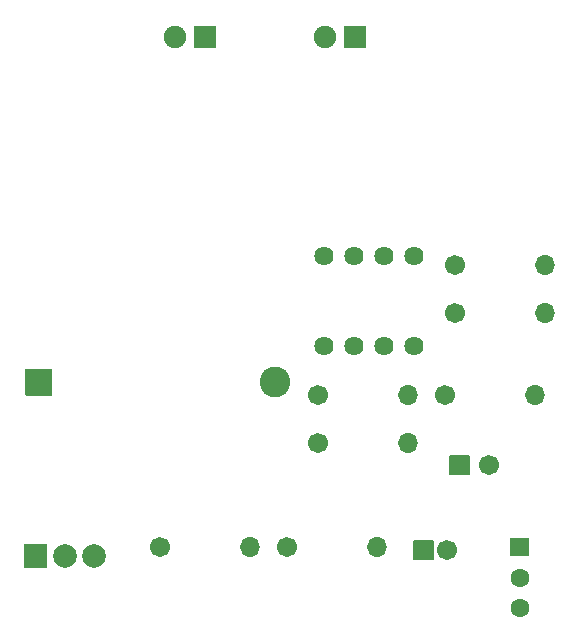
<source format=gbs>
%TF.GenerationSoftware,KiCad,Pcbnew,5.1.10*%
%TF.CreationDate,2021-10-31T07:52:44-04:00*%
%TF.ProjectId,555_badge,3535355f-6261-4646-9765-2e6b69636164,v01*%
%TF.SameCoordinates,Original*%
%TF.FileFunction,Soldermask,Bot*%
%TF.FilePolarity,Negative*%
%FSLAX46Y46*%
G04 Gerber Fmt 4.6, Leading zero omitted, Abs format (unit mm)*
G04 Created by KiCad (PCBNEW 5.1.10) date 2021-10-31 07:52:44*
%MOMM*%
%LPD*%
G01*
G04 APERTURE LIST*
%ADD10C,1.601600*%
%ADD11C,2.601600*%
%ADD12C,1.701600*%
%ADD13C,1.901600*%
%ADD14O,1.701600X1.701600*%
%ADD15C,2.001600*%
%ADD16C,1.625600*%
G04 APERTURE END LIST*
%TO.C,Q1*%
G36*
G01*
X174994000Y-118910800D02*
X173494000Y-118910800D01*
G75*
G02*
X173443200Y-118860000I0J50800D01*
G01*
X173443200Y-117360000D01*
G75*
G02*
X173494000Y-117309200I50800J0D01*
G01*
X174994000Y-117309200D01*
G75*
G02*
X175044800Y-117360000I0J-50800D01*
G01*
X175044800Y-118860000D01*
G75*
G02*
X174994000Y-118910800I-50800J0D01*
G01*
G37*
D10*
X174244000Y-123310000D03*
X174244000Y-120710000D03*
%TD*%
%TO.C,BAT1*%
G36*
G01*
X132391601Y-105250001D02*
X132391601Y-103080001D01*
G75*
G02*
X132442401Y-103029201I50800J0D01*
G01*
X134612401Y-103029201D01*
G75*
G02*
X134663201Y-103080001I0J-50800D01*
G01*
X134663201Y-105250001D01*
G75*
G02*
X134612401Y-105300801I-50800J0D01*
G01*
X132442401Y-105300801D01*
G75*
G02*
X132391601Y-105250001I0J50800D01*
G01*
G37*
D11*
X153527401Y-104165001D03*
%TD*%
%TO.C,C1*%
G36*
G01*
X168289442Y-111985001D02*
X168289442Y-110385001D01*
G75*
G02*
X168340242Y-110334201I50800J0D01*
G01*
X169940242Y-110334201D01*
G75*
G02*
X169991042Y-110385001I0J-50800D01*
G01*
X169991042Y-111985001D01*
G75*
G02*
X169940242Y-112035801I-50800J0D01*
G01*
X168340242Y-112035801D01*
G75*
G02*
X168289442Y-111985001I0J50800D01*
G01*
G37*
D12*
X171640242Y-111185001D03*
%TD*%
%TO.C,C2*%
G36*
G01*
X165243976Y-119185001D02*
X165243976Y-117585001D01*
G75*
G02*
X165294776Y-117534201I50800J0D01*
G01*
X166894776Y-117534201D01*
G75*
G02*
X166945576Y-117585001I0J-50800D01*
G01*
X166945576Y-119185001D01*
G75*
G02*
X166894776Y-119235801I-50800J0D01*
G01*
X165294776Y-119235801D01*
G75*
G02*
X165243976Y-119185001I0J50800D01*
G01*
G37*
X168094776Y-118385001D03*
%TD*%
%TO.C,D1*%
G36*
G01*
X148524800Y-74030000D02*
X148524800Y-75830000D01*
G75*
G02*
X148474000Y-75880800I-50800J0D01*
G01*
X146674000Y-75880800D01*
G75*
G02*
X146623200Y-75830000I0J50800D01*
G01*
X146623200Y-74030000D01*
G75*
G02*
X146674000Y-73979200I50800J0D01*
G01*
X148474000Y-73979200D01*
G75*
G02*
X148524800Y-74030000I0J-50800D01*
G01*
G37*
D13*
X145034000Y-74930000D03*
%TD*%
%TO.C,D2*%
X157734000Y-74930000D03*
G36*
G01*
X161224800Y-74030000D02*
X161224800Y-75830000D01*
G75*
G02*
X161174000Y-75880800I-50800J0D01*
G01*
X159374000Y-75880800D01*
G75*
G02*
X159323200Y-75830000I0J50800D01*
G01*
X159323200Y-74030000D01*
G75*
G02*
X159374000Y-73979200I50800J0D01*
G01*
X161174000Y-73979200D01*
G75*
G02*
X161224800Y-74030000I0J-50800D01*
G01*
G37*
%TD*%
D14*
%TO.C,R1*%
X151385001Y-118145001D03*
D12*
X143765001Y-118145001D03*
%TD*%
%TO.C,R2*%
X157135001Y-105235001D03*
D14*
X164755001Y-105235001D03*
%TD*%
D12*
%TO.C,R3*%
X168745001Y-94235001D03*
D14*
X176365001Y-94235001D03*
%TD*%
%TO.C,R4*%
X162155001Y-118145001D03*
D12*
X154535001Y-118145001D03*
%TD*%
%TO.C,R5*%
X168745001Y-98285001D03*
D14*
X176365001Y-98285001D03*
%TD*%
%TO.C,R6*%
X164755001Y-109285001D03*
D12*
X157135001Y-109285001D03*
%TD*%
%TO.C,R7*%
X167905001Y-105235001D03*
D14*
X175525001Y-105235001D03*
%TD*%
%TO.C,S1*%
G36*
G01*
X132234201Y-119845001D02*
X132234201Y-117945001D01*
G75*
G02*
X132285001Y-117894201I50800J0D01*
G01*
X134185001Y-117894201D01*
G75*
G02*
X134235801Y-117945001I0J-50800D01*
G01*
X134235801Y-119845001D01*
G75*
G02*
X134185001Y-119895801I-50800J0D01*
G01*
X132285001Y-119895801D01*
G75*
G02*
X132234201Y-119845001I0J50800D01*
G01*
G37*
D15*
X135735001Y-118895001D03*
X138235001Y-118895001D03*
%TD*%
D16*
%TO.C,U1*%
X157685601Y-101092000D03*
X160225601Y-101092000D03*
X162765601Y-101092000D03*
X165305601Y-101092000D03*
X165305601Y-93472000D03*
X162765601Y-93472000D03*
X160225601Y-93472000D03*
X157685601Y-93472000D03*
%TD*%
M02*

</source>
